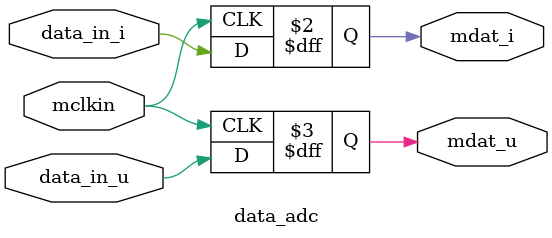
<source format=v>
module data_adc (
  input     wire     mclkin,
  input     wire     data_in_i,   
  input     wire     data_in_u,    
  output    reg      mdat_i,       
  output    reg      mdat_u       
  
);


  always @(posedge mclkin) begin
    mdat_i <= data_in_i;
    mdat_u <= data_in_u;
  
  end
  
endmodule
</source>
